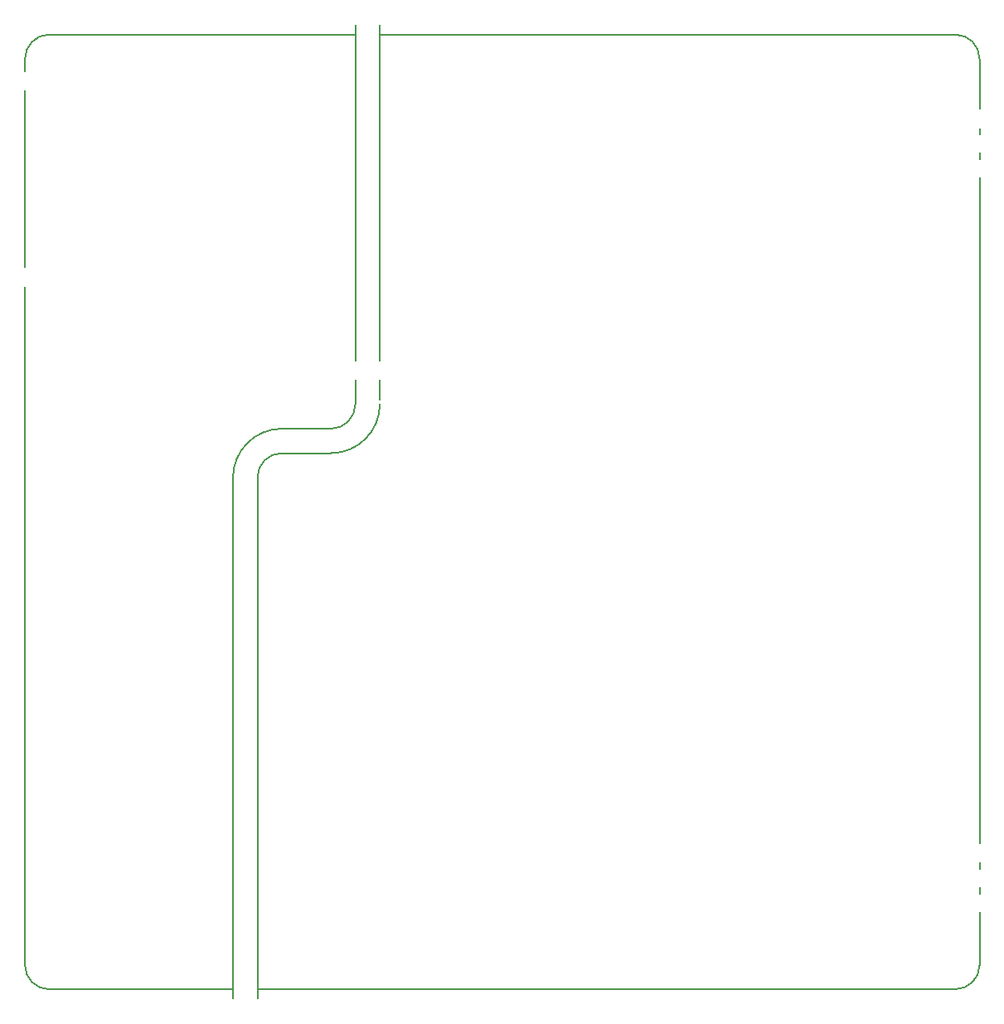
<source format=gbo>
G04*
G04 #@! TF.GenerationSoftware,Altium Limited,Altium Designer,23.1.1 (15)*
G04*
G04 Layer_Color=32896*
%FSLAX44Y44*%
%MOMM*%
G71*
G04*
G04 #@! TF.SameCoordinates,6738689B-69C8-4945-92D2-403F8773F2B1*
G04*
G04*
G04 #@! TF.FilePolarity,Positive*
G04*
G01*
G75*
%ADD10C,0.2000*%
D10*
X962500Y12500D02*
G03*
X987500Y37500I0J25000D01*
G01*
Y962500D02*
G03*
X962500Y987500I-25000J0D01*
G01*
X275000Y560000D02*
G03*
X250000Y535000I0J-25000D01*
G01*
X325000Y585000D02*
G03*
X350000Y610000I0J25000D01*
G01*
X275000Y585000D02*
G03*
X225000Y535000I0J-50000D01*
G01*
X37500Y987500D02*
G03*
X12500Y962500I0J-25000D01*
G01*
Y37500D02*
G03*
X37500Y12500I25000J0D01*
G01*
X325000Y560000D02*
G03*
X375000Y610000I0J50000D01*
G01*
X225000Y535000D02*
X225000Y3000D01*
X375000Y654762D02*
X375000Y997000D01*
X37500Y12500D02*
X225000D01*
X12500Y749961D02*
Y930039D01*
X12500Y730039D02*
X12500Y37500D01*
X375000Y615000D02*
Y635238D01*
X250000Y3000D02*
Y535000D01*
X275000Y585000D02*
X325000D01*
X350000Y610000D02*
Y635230D01*
X275000Y560000D02*
X325000D01*
X350000Y654770D02*
Y997000D01*
X37500Y987500D02*
X350000D01*
X987500Y110298D02*
Y116842D01*
Y135698D02*
Y141860D01*
Y37500D02*
Y91442D01*
X250000Y12500D02*
X962500Y12500D01*
X987500Y161480D02*
Y841442D01*
X375000Y987500D02*
X962500D01*
X12500Y949961D02*
Y962500D01*
X987500Y911480D02*
Y962500D01*
Y860298D02*
Y866842D01*
Y885698D02*
Y891860D01*
M02*

</source>
